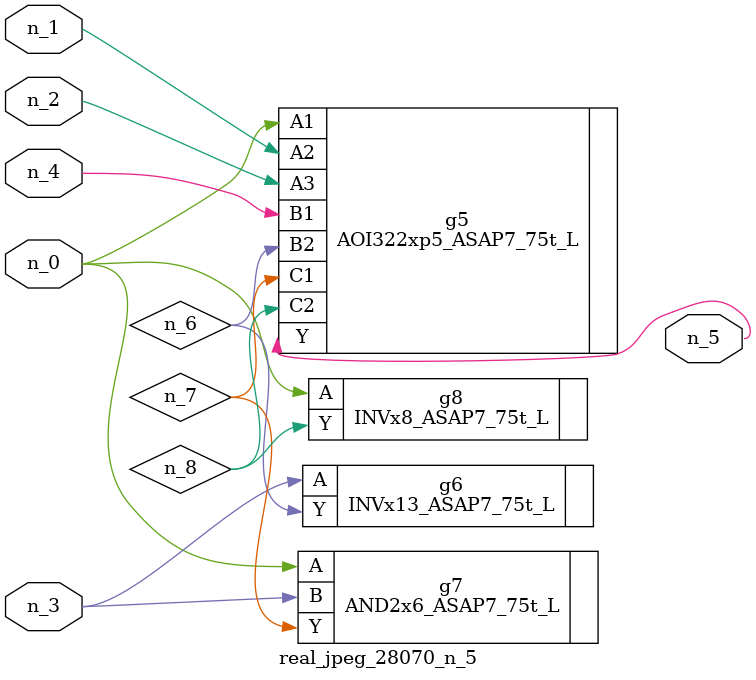
<source format=v>
module real_jpeg_28070_n_5 (n_4, n_0, n_1, n_2, n_3, n_5);

input n_4;
input n_0;
input n_1;
input n_2;
input n_3;

output n_5;

wire n_8;
wire n_6;
wire n_7;

AOI322xp5_ASAP7_75t_L g5 ( 
.A1(n_0),
.A2(n_1),
.A3(n_2),
.B1(n_4),
.B2(n_6),
.C1(n_7),
.C2(n_8),
.Y(n_5)
);

AND2x6_ASAP7_75t_L g7 ( 
.A(n_0),
.B(n_3),
.Y(n_7)
);

INVx8_ASAP7_75t_L g8 ( 
.A(n_0),
.Y(n_8)
);

INVx13_ASAP7_75t_L g6 ( 
.A(n_3),
.Y(n_6)
);


endmodule
</source>
